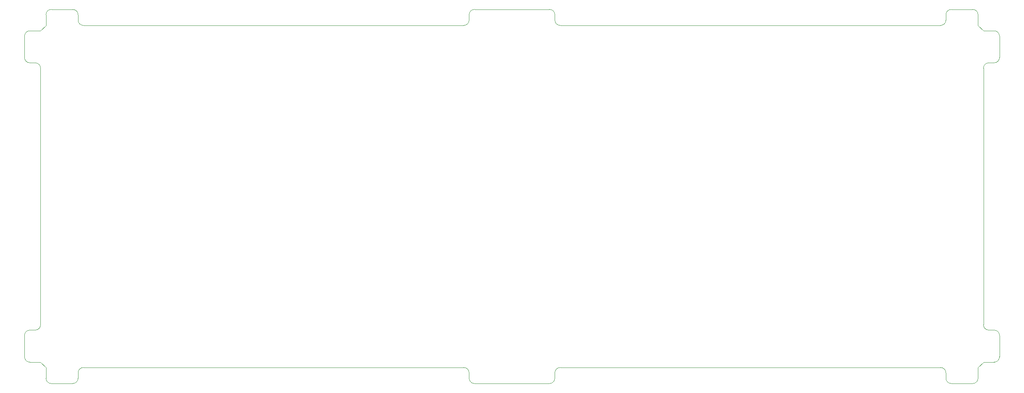
<source format=gbr>
G04 #@! TF.GenerationSoftware,KiCad,Pcbnew,(5.1.4)-1*
G04 #@! TF.CreationDate,2021-03-27T10:35:17-07:00*
G04 #@! TF.ProjectId,Rosies Board,526f7369-6573-4204-926f-6172642e6b69,rev?*
G04 #@! TF.SameCoordinates,Original*
G04 #@! TF.FileFunction,Profile,NP*
%FSLAX46Y46*%
G04 Gerber Fmt 4.6, Leading zero omitted, Abs format (unit mm)*
G04 Created by KiCad (PCBNEW (5.1.4)-1) date 2021-03-27 10:35:17*
%MOMM*%
%LPD*%
G04 APERTURE LIST*
%ADD10C,0.050000*%
G04 APERTURE END LIST*
D10*
X236935370Y-14287560D02*
X236935370Y-16668820D01*
X235744740Y-13096930D02*
G75*
G02X236935370Y-14287560I0J-1190630D01*
G01*
X236935370Y-16668820D02*
X238126000Y-17859450D01*
X229791591Y-15478190D02*
G75*
G02X228600960Y-16668821I-1190631J0D01*
G01*
X229791590Y-14287560D02*
X229791590Y-15478190D01*
X235744740Y-13096930D02*
X230982220Y-13096930D01*
X238126000Y-17859450D02*
X240507260Y-17859450D01*
X240507260Y-17859450D02*
G75*
G02X241697890Y-19050080I0J-1190630D01*
G01*
X241697890Y-19050080D02*
X241697890Y-23812600D01*
X238125999Y-26193860D02*
G75*
G02X239316630Y-25003229I1190631J0D01*
G01*
X240507260Y-25003230D02*
X239316630Y-25003230D01*
X241697891Y-23812600D02*
G75*
G02X240507260Y-25003231I-1190631J0D01*
G01*
X229791589Y-14287560D02*
G75*
G02X230982220Y-13096929I1190631J0D01*
G01*
X240507260Y-84534730D02*
G75*
G02X241697890Y-85725360I0J-1190630D01*
G01*
X238126000Y-91678510D02*
X240507260Y-91678510D01*
X241697891Y-90487880D02*
G75*
G02X240507260Y-91678511I-1190631J0D01*
G01*
X241697890Y-90487880D02*
X241697890Y-85725360D01*
X240507260Y-84534730D02*
X239316630Y-84534730D01*
X229791590Y-95250400D02*
X229791590Y-94059770D01*
X230982220Y-96441031D02*
G75*
G02X229791589Y-95250400I0J1190631D01*
G01*
X236935371Y-95250400D02*
G75*
G02X235744740Y-96441031I-1190631J0D01*
G01*
X235744740Y-96441030D02*
X230982220Y-96441030D01*
X236935370Y-92869140D02*
X236935370Y-95250400D01*
X228600960Y-92869140D02*
G75*
G02X229791590Y-94059770I0J-1190630D01*
G01*
X238126000Y-91678510D02*
X236935370Y-92869140D01*
X239316630Y-84534731D02*
G75*
G02X238125999Y-83344100I0J1190631D01*
G01*
X26193860Y-25003230D02*
X27384490Y-25003230D01*
X25003230Y-19050080D02*
X25003230Y-23812600D01*
X25003229Y-19050080D02*
G75*
G02X26193860Y-17859449I1190631J0D01*
G01*
X26193860Y-25003231D02*
G75*
G02X25003229Y-23812600I0J1190631D01*
G01*
X29765750Y-16668820D02*
X28575120Y-17859450D01*
X36909530Y-14287560D02*
X36909530Y-15478190D01*
X30956380Y-13096930D02*
X35718900Y-13096930D01*
X29765749Y-14287560D02*
G75*
G02X30956380Y-13096929I1190631J0D01*
G01*
X35718900Y-13096930D02*
G75*
G02X36909530Y-14287560I0J-1190630D01*
G01*
X38100160Y-16668821D02*
G75*
G02X36909529Y-15478190I0J1190631D01*
G01*
X29765750Y-16668820D02*
X29765750Y-14287560D01*
X28575120Y-17859450D02*
X26193860Y-17859450D01*
X27384490Y-25003229D02*
G75*
G02X28575121Y-26193860I0J-1190631D01*
G01*
X26193860Y-84534730D02*
X27384490Y-84534730D01*
X25003230Y-90487880D02*
X25003230Y-85725360D01*
X25003229Y-85725360D02*
G75*
G02X26193860Y-84534729I1190631J0D01*
G01*
X26193860Y-91678511D02*
G75*
G02X25003229Y-90487880I0J1190631D01*
G01*
X28575120Y-91678510D02*
X26193860Y-91678510D01*
X28575121Y-83344100D02*
G75*
G02X27384490Y-84534731I-1190631J0D01*
G01*
X28575120Y-91678510D02*
X29765750Y-92869140D01*
X36909530Y-95250400D02*
X36909530Y-94059770D01*
X30956380Y-96441030D02*
X35718900Y-96441030D01*
X30956380Y-96441031D02*
G75*
G02X29765749Y-95250400I0J1190631D01*
G01*
X36909531Y-95250400D02*
G75*
G02X35718900Y-96441031I-1190631J0D01*
G01*
X36909529Y-94059770D02*
G75*
G02X38100160Y-92869139I1190631J0D01*
G01*
X29765750Y-92869140D02*
X29765750Y-95250400D01*
X238126000Y-26193860D02*
X238126000Y-83344100D01*
X28575120Y-83344100D02*
X28575120Y-26193860D01*
X144066230Y-92869140D02*
X228600960Y-92869140D01*
X144066230Y-16668821D02*
G75*
G02X142875599Y-15478190I0J1190631D01*
G01*
X141684970Y-13096930D02*
G75*
G02X142875600Y-14287560I0J-1190630D01*
G01*
X123825519Y-14287560D02*
G75*
G02X125016150Y-13096929I1190631J0D01*
G01*
X123825521Y-15478190D02*
G75*
G02X122634890Y-16668821I-1190631J0D01*
G01*
X142875599Y-94059770D02*
G75*
G02X144066230Y-92869139I1190631J0D01*
G01*
X142875601Y-95250400D02*
G75*
G02X141684970Y-96441031I-1190631J0D01*
G01*
X125016150Y-96441031D02*
G75*
G02X123825519Y-95250400I0J1190631D01*
G01*
X122634890Y-92869139D02*
G75*
G02X123825521Y-94059770I0J-1190631D01*
G01*
X122634890Y-92869140D02*
X38100160Y-92869140D01*
X142875600Y-95250400D02*
X142875600Y-94059770D01*
X125016150Y-96441030D02*
X141684970Y-96441030D01*
X123825520Y-94059770D02*
X123825520Y-95250400D01*
X122634890Y-16668820D02*
X38100160Y-16668820D01*
X144066230Y-16668820D02*
X228600960Y-16668820D01*
X142875600Y-14287560D02*
X142875600Y-15478190D01*
X125016150Y-13096930D02*
X141684970Y-13096930D01*
X123825520Y-15478190D02*
X123825520Y-14287560D01*
X229791590Y-14287560D02*
X229791590Y-14287560D01*
X236935370Y-14287560D02*
X236935370Y-14287560D01*
M02*

</source>
